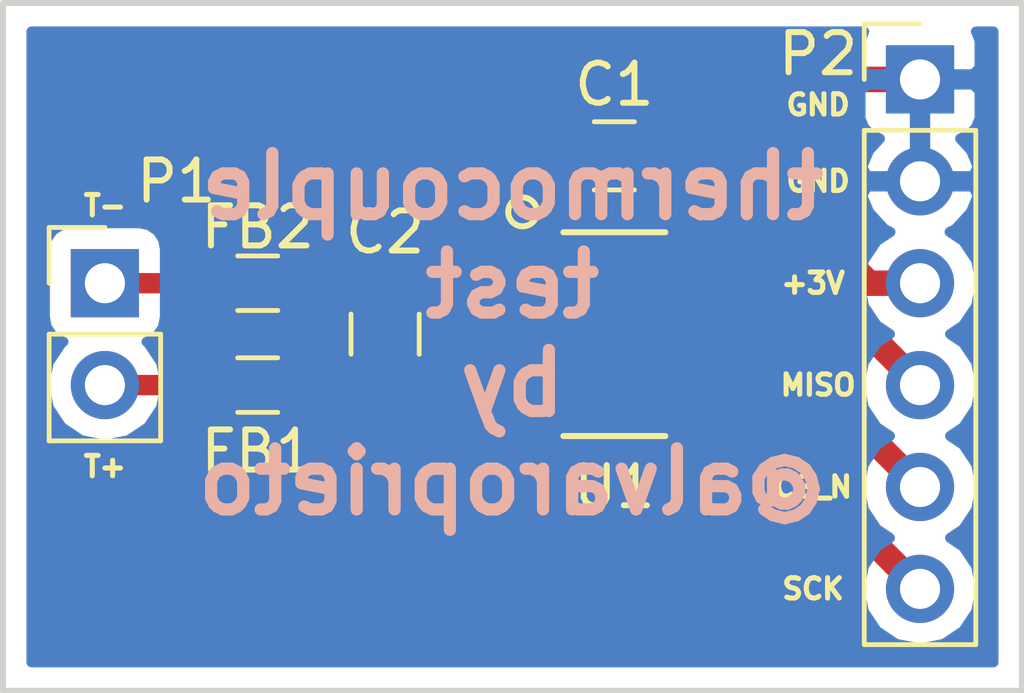
<source format=kicad_pcb>
(kicad_pcb (version 4) (host pcbnew 4.0.5-e0-6337~49~ubuntu16.04.1)

  (general
    (links 14)
    (no_connects 0)
    (area 101.524999 103.429999 127.075001 120.725001)
    (thickness 1.6)
    (drawings 13)
    (tracks 29)
    (zones 0)
    (modules 7)
    (nets 10)
  )

  (page A4)
  (layers
    (0 F.Cu signal)
    (31 B.Cu signal)
    (32 B.Adhes user)
    (33 F.Adhes user)
    (34 B.Paste user)
    (35 F.Paste user)
    (36 B.SilkS user)
    (37 F.SilkS user)
    (38 B.Mask user)
    (39 F.Mask user)
    (40 Dwgs.User user)
    (41 Cmts.User user)
    (42 Eco1.User user)
    (43 Eco2.User user)
    (44 Edge.Cuts user)
    (45 Margin user)
    (46 B.CrtYd user)
    (47 F.CrtYd user)
    (48 B.Fab user)
    (49 F.Fab user hide)
  )

  (setup
    (last_trace_width 0.635)
    (user_trace_width 0.1524)
    (user_trace_width 0.254)
    (user_trace_width 0.508)
    (user_trace_width 0.635)
    (user_trace_width 1.27)
    (user_trace_width 2.54)
    (trace_clearance 0.1524)
    (zone_clearance 0.508)
    (zone_45_only no)
    (trace_min 0.1524)
    (segment_width 0.2)
    (edge_width 0.15)
    (via_size 0.6858)
    (via_drill 0.3302)
    (via_min_size 0.6858)
    (via_min_drill 0.3302)
    (uvia_size 0.762)
    (uvia_drill 0.508)
    (uvias_allowed no)
    (uvia_min_size 0)
    (uvia_min_drill 0)
    (pcb_text_width 0.3)
    (pcb_text_size 1.5 1.5)
    (mod_edge_width 0.15)
    (mod_text_size 1 1)
    (mod_text_width 0.15)
    (pad_size 1.524 1.524)
    (pad_drill 0.762)
    (pad_to_mask_clearance 0.2)
    (aux_axis_origin 0 0)
    (visible_elements FFFFFF7F)
    (pcbplotparams
      (layerselection 0x00030_80000001)
      (usegerberextensions false)
      (excludeedgelayer true)
      (linewidth 0.100000)
      (plotframeref false)
      (viasonmask false)
      (mode 1)
      (useauxorigin false)
      (hpglpennumber 1)
      (hpglpenspeed 20)
      (hpglpendiameter 15)
      (hpglpenoverlay 2)
      (psnegative false)
      (psa4output false)
      (plotreference true)
      (plotvalue true)
      (plotinvisibletext false)
      (padsonsilk false)
      (subtractmaskfromsilk false)
      (outputformat 1)
      (mirror false)
      (drillshape 1)
      (scaleselection 1)
      (outputdirectory ""))
  )

  (net 0 "")
  (net 1 +3V3)
  (net 2 GND)
  (net 3 "Net-(C2-Pad1)")
  (net 4 "Net-(C2-Pad2)")
  (net 5 "Net-(FB1-Pad2)")
  (net 6 "Net-(FB2-Pad2)")
  (net 7 "Net-(P2-Pad4)")
  (net 8 "Net-(P2-Pad5)")
  (net 9 "Net-(P2-Pad6)")

  (net_class Default "This is the default net class."
    (clearance 0.1524)
    (trace_width 0.1524)
    (via_dia 0.6858)
    (via_drill 0.3302)
    (uvia_dia 0.762)
    (uvia_drill 0.508)
    (add_net +3V3)
    (add_net GND)
    (add_net "Net-(C2-Pad1)")
    (add_net "Net-(C2-Pad2)")
    (add_net "Net-(FB1-Pad2)")
    (add_net "Net-(FB2-Pad2)")
    (add_net "Net-(P2-Pad4)")
    (add_net "Net-(P2-Pad5)")
    (add_net "Net-(P2-Pad6)")
  )

  (module Capacitors_SMD:C_0805 (layer F.Cu) (tedit 58AA8463) (tstamp 58AC4699)
    (at 116.84 107.315 180)
    (descr "Capacitor SMD 0805, reflow soldering, AVX (see smccp.pdf)")
    (tags "capacitor 0805")
    (path /58AC3DB1)
    (attr smd)
    (fp_text reference C1 (at 0 1.778 180) (layer F.SilkS)
      (effects (font (size 1 1) (thickness 0.15)))
    )
    (fp_text value 0.1uF (at 0 1.75 180) (layer F.Fab)
      (effects (font (size 1 1) (thickness 0.15)))
    )
    (fp_text user %R (at 0 -1.5 180) (layer F.Fab)
      (effects (font (size 1 1) (thickness 0.15)))
    )
    (fp_line (start -1 0.62) (end -1 -0.62) (layer F.Fab) (width 0.1))
    (fp_line (start 1 0.62) (end -1 0.62) (layer F.Fab) (width 0.1))
    (fp_line (start 1 -0.62) (end 1 0.62) (layer F.Fab) (width 0.1))
    (fp_line (start -1 -0.62) (end 1 -0.62) (layer F.Fab) (width 0.1))
    (fp_line (start 0.5 -0.85) (end -0.5 -0.85) (layer F.SilkS) (width 0.12))
    (fp_line (start -0.5 0.85) (end 0.5 0.85) (layer F.SilkS) (width 0.12))
    (fp_line (start -1.75 -0.88) (end 1.75 -0.88) (layer F.CrtYd) (width 0.05))
    (fp_line (start -1.75 -0.88) (end -1.75 0.87) (layer F.CrtYd) (width 0.05))
    (fp_line (start 1.75 0.87) (end 1.75 -0.88) (layer F.CrtYd) (width 0.05))
    (fp_line (start 1.75 0.87) (end -1.75 0.87) (layer F.CrtYd) (width 0.05))
    (pad 1 smd rect (at -1 0 180) (size 1 1.25) (layers F.Cu F.Paste F.Mask)
      (net 1 +3V3))
    (pad 2 smd rect (at 1 0 180) (size 1 1.25) (layers F.Cu F.Paste F.Mask)
      (net 2 GND))
    (model Capacitors_SMD.3dshapes/C_0805.wrl
      (at (xyz 0 0 0))
      (scale (xyz 1 1 1))
      (rotate (xyz 0 0 0))
    )
  )

  (module Capacitors_SMD:C_0805 (layer F.Cu) (tedit 58AA8463) (tstamp 58AC469F)
    (at 111.125 111.76 90)
    (descr "Capacitor SMD 0805, reflow soldering, AVX (see smccp.pdf)")
    (tags "capacitor 0805")
    (path /58AC3D4A)
    (attr smd)
    (fp_text reference C2 (at 2.54 0 180) (layer F.SilkS)
      (effects (font (size 1 1) (thickness 0.15)))
    )
    (fp_text value 0.01uF (at 0 1.75 90) (layer F.Fab)
      (effects (font (size 1 1) (thickness 0.15)))
    )
    (fp_text user %R (at 0 -1.5 90) (layer F.Fab)
      (effects (font (size 1 1) (thickness 0.15)))
    )
    (fp_line (start -1 0.62) (end -1 -0.62) (layer F.Fab) (width 0.1))
    (fp_line (start 1 0.62) (end -1 0.62) (layer F.Fab) (width 0.1))
    (fp_line (start 1 -0.62) (end 1 0.62) (layer F.Fab) (width 0.1))
    (fp_line (start -1 -0.62) (end 1 -0.62) (layer F.Fab) (width 0.1))
    (fp_line (start 0.5 -0.85) (end -0.5 -0.85) (layer F.SilkS) (width 0.12))
    (fp_line (start -0.5 0.85) (end 0.5 0.85) (layer F.SilkS) (width 0.12))
    (fp_line (start -1.75 -0.88) (end 1.75 -0.88) (layer F.CrtYd) (width 0.05))
    (fp_line (start -1.75 -0.88) (end -1.75 0.87) (layer F.CrtYd) (width 0.05))
    (fp_line (start 1.75 0.87) (end 1.75 -0.88) (layer F.CrtYd) (width 0.05))
    (fp_line (start 1.75 0.87) (end -1.75 0.87) (layer F.CrtYd) (width 0.05))
    (pad 1 smd rect (at -1 0 90) (size 1 1.25) (layers F.Cu F.Paste F.Mask)
      (net 3 "Net-(C2-Pad1)"))
    (pad 2 smd rect (at 1 0 90) (size 1 1.25) (layers F.Cu F.Paste F.Mask)
      (net 4 "Net-(C2-Pad2)"))
    (model Capacitors_SMD.3dshapes/C_0805.wrl
      (at (xyz 0 0 0))
      (scale (xyz 1 1 1))
      (rotate (xyz 0 0 0))
    )
  )

  (module Resistors_SMD:R_0603 (layer F.Cu) (tedit 58AAD9CA) (tstamp 58AC46A5)
    (at 107.95 113.03 180)
    (descr "Resistor SMD 0603, reflow soldering, Vishay (see dcrcw.pdf)")
    (tags "resistor 0603")
    (path /58AC3E7B)
    (attr smd)
    (fp_text reference FB1 (at 0 -1.651 180) (layer F.SilkS)
      (effects (font (size 1 1) (thickness 0.15)))
    )
    (fp_text value Ferrite_Bead (at 0 1.5 180) (layer F.Fab)
      (effects (font (size 1 1) (thickness 0.15)))
    )
    (fp_text user %R (at 0 -1.45 180) (layer F.Fab)
      (effects (font (size 1 1) (thickness 0.15)))
    )
    (fp_line (start -0.8 0.4) (end -0.8 -0.4) (layer F.Fab) (width 0.1))
    (fp_line (start 0.8 0.4) (end -0.8 0.4) (layer F.Fab) (width 0.1))
    (fp_line (start 0.8 -0.4) (end 0.8 0.4) (layer F.Fab) (width 0.1))
    (fp_line (start -0.8 -0.4) (end 0.8 -0.4) (layer F.Fab) (width 0.1))
    (fp_line (start 0.5 0.68) (end -0.5 0.68) (layer F.SilkS) (width 0.12))
    (fp_line (start -0.5 -0.68) (end 0.5 -0.68) (layer F.SilkS) (width 0.12))
    (fp_line (start -1.25 -0.7) (end 1.25 -0.7) (layer F.CrtYd) (width 0.05))
    (fp_line (start -1.25 -0.7) (end -1.25 0.7) (layer F.CrtYd) (width 0.05))
    (fp_line (start 1.25 0.7) (end 1.25 -0.7) (layer F.CrtYd) (width 0.05))
    (fp_line (start 1.25 0.7) (end -1.25 0.7) (layer F.CrtYd) (width 0.05))
    (pad 1 smd rect (at -0.75 0 180) (size 0.5 0.9) (layers F.Cu F.Paste F.Mask)
      (net 3 "Net-(C2-Pad1)"))
    (pad 2 smd rect (at 0.75 0 180) (size 0.5 0.9) (layers F.Cu F.Paste F.Mask)
      (net 5 "Net-(FB1-Pad2)"))
    (model Resistors_SMD.3dshapes/R_0603.wrl
      (at (xyz 0 0 0))
      (scale (xyz 1 1 1))
      (rotate (xyz 0 0 0))
    )
  )

  (module Resistors_SMD:R_0603 (layer F.Cu) (tedit 58AAD9CA) (tstamp 58AC46AB)
    (at 107.95 110.49 180)
    (descr "Resistor SMD 0603, reflow soldering, Vishay (see dcrcw.pdf)")
    (tags "resistor 0603")
    (path /58AC3ED6)
    (attr smd)
    (fp_text reference FB2 (at 0 1.397 180) (layer F.SilkS)
      (effects (font (size 1 1) (thickness 0.15)))
    )
    (fp_text value Ferrite_Bead (at 0 1.5 180) (layer F.Fab)
      (effects (font (size 1 1) (thickness 0.15)))
    )
    (fp_text user %R (at 0 -1.45 180) (layer F.Fab)
      (effects (font (size 1 1) (thickness 0.15)))
    )
    (fp_line (start -0.8 0.4) (end -0.8 -0.4) (layer F.Fab) (width 0.1))
    (fp_line (start 0.8 0.4) (end -0.8 0.4) (layer F.Fab) (width 0.1))
    (fp_line (start 0.8 -0.4) (end 0.8 0.4) (layer F.Fab) (width 0.1))
    (fp_line (start -0.8 -0.4) (end 0.8 -0.4) (layer F.Fab) (width 0.1))
    (fp_line (start 0.5 0.68) (end -0.5 0.68) (layer F.SilkS) (width 0.12))
    (fp_line (start -0.5 -0.68) (end 0.5 -0.68) (layer F.SilkS) (width 0.12))
    (fp_line (start -1.25 -0.7) (end 1.25 -0.7) (layer F.CrtYd) (width 0.05))
    (fp_line (start -1.25 -0.7) (end -1.25 0.7) (layer F.CrtYd) (width 0.05))
    (fp_line (start 1.25 0.7) (end 1.25 -0.7) (layer F.CrtYd) (width 0.05))
    (fp_line (start 1.25 0.7) (end -1.25 0.7) (layer F.CrtYd) (width 0.05))
    (pad 1 smd rect (at -0.75 0 180) (size 0.5 0.9) (layers F.Cu F.Paste F.Mask)
      (net 4 "Net-(C2-Pad2)"))
    (pad 2 smd rect (at 0.75 0 180) (size 0.5 0.9) (layers F.Cu F.Paste F.Mask)
      (net 6 "Net-(FB2-Pad2)"))
    (model Resistors_SMD.3dshapes/R_0603.wrl
      (at (xyz 0 0 0))
      (scale (xyz 1 1 1))
      (rotate (xyz 0 0 0))
    )
  )

  (module Pin_Headers:Pin_Header_Straight_1x02_Pitch2.54mm (layer F.Cu) (tedit 5862ED52) (tstamp 58AC46B1)
    (at 104.14 110.49)
    (descr "Through hole straight pin header, 1x02, 2.54mm pitch, single row")
    (tags "Through hole pin header THT 1x02 2.54mm single row")
    (path /58AC4494)
    (fp_text reference P1 (at 1.778 -2.54) (layer F.SilkS)
      (effects (font (size 1 1) (thickness 0.15)))
    )
    (fp_text value CONN_01X02 (at 0 4.93) (layer F.Fab)
      (effects (font (size 1 1) (thickness 0.15)))
    )
    (fp_line (start -1.27 -1.27) (end -1.27 3.81) (layer F.Fab) (width 0.1))
    (fp_line (start -1.27 3.81) (end 1.27 3.81) (layer F.Fab) (width 0.1))
    (fp_line (start 1.27 3.81) (end 1.27 -1.27) (layer F.Fab) (width 0.1))
    (fp_line (start 1.27 -1.27) (end -1.27 -1.27) (layer F.Fab) (width 0.1))
    (fp_line (start -1.39 1.27) (end -1.39 3.93) (layer F.SilkS) (width 0.12))
    (fp_line (start -1.39 3.93) (end 1.39 3.93) (layer F.SilkS) (width 0.12))
    (fp_line (start 1.39 3.93) (end 1.39 1.27) (layer F.SilkS) (width 0.12))
    (fp_line (start 1.39 1.27) (end -1.39 1.27) (layer F.SilkS) (width 0.12))
    (fp_line (start -1.39 0) (end -1.39 -1.39) (layer F.SilkS) (width 0.12))
    (fp_line (start -1.39 -1.39) (end 0 -1.39) (layer F.SilkS) (width 0.12))
    (fp_line (start -1.6 -1.6) (end -1.6 4.1) (layer F.CrtYd) (width 0.05))
    (fp_line (start -1.6 4.1) (end 1.6 4.1) (layer F.CrtYd) (width 0.05))
    (fp_line (start 1.6 4.1) (end 1.6 -1.6) (layer F.CrtYd) (width 0.05))
    (fp_line (start 1.6 -1.6) (end -1.6 -1.6) (layer F.CrtYd) (width 0.05))
    (pad 1 thru_hole rect (at 0 0) (size 1.7 1.7) (drill 1) (layers *.Cu *.Mask)
      (net 6 "Net-(FB2-Pad2)"))
    (pad 2 thru_hole oval (at 0 2.54) (size 1.7 1.7) (drill 1) (layers *.Cu *.Mask)
      (net 5 "Net-(FB1-Pad2)"))
    (model Pin_Headers.3dshapes/Pin_Header_Straight_1x02_Pitch2.54mm.wrl
      (at (xyz 0 -0.05 0))
      (scale (xyz 1 1 1))
      (rotate (xyz 0 0 90))
    )
  )

  (module Pin_Headers:Pin_Header_Straight_1x06_Pitch2.54mm (layer F.Cu) (tedit 5862ED52) (tstamp 58AC46BB)
    (at 124.46 105.41)
    (descr "Through hole straight pin header, 1x06, 2.54mm pitch, single row")
    (tags "Through hole pin header THT 1x06 2.54mm single row")
    (path /58AC4286)
    (fp_text reference P2 (at -2.54 -0.635) (layer F.SilkS)
      (effects (font (size 1 1) (thickness 0.15)))
    )
    (fp_text value CONN_01X06 (at 0 15.09) (layer F.Fab)
      (effects (font (size 1 1) (thickness 0.15)))
    )
    (fp_line (start -1.27 -1.27) (end -1.27 13.97) (layer F.Fab) (width 0.1))
    (fp_line (start -1.27 13.97) (end 1.27 13.97) (layer F.Fab) (width 0.1))
    (fp_line (start 1.27 13.97) (end 1.27 -1.27) (layer F.Fab) (width 0.1))
    (fp_line (start 1.27 -1.27) (end -1.27 -1.27) (layer F.Fab) (width 0.1))
    (fp_line (start -1.39 1.27) (end -1.39 14.09) (layer F.SilkS) (width 0.12))
    (fp_line (start -1.39 14.09) (end 1.39 14.09) (layer F.SilkS) (width 0.12))
    (fp_line (start 1.39 14.09) (end 1.39 1.27) (layer F.SilkS) (width 0.12))
    (fp_line (start 1.39 1.27) (end -1.39 1.27) (layer F.SilkS) (width 0.12))
    (fp_line (start -1.39 0) (end -1.39 -1.39) (layer F.SilkS) (width 0.12))
    (fp_line (start -1.39 -1.39) (end 0 -1.39) (layer F.SilkS) (width 0.12))
    (fp_line (start -1.6 -1.6) (end -1.6 14.3) (layer F.CrtYd) (width 0.05))
    (fp_line (start -1.6 14.3) (end 1.6 14.3) (layer F.CrtYd) (width 0.05))
    (fp_line (start 1.6 14.3) (end 1.6 -1.6) (layer F.CrtYd) (width 0.05))
    (fp_line (start 1.6 -1.6) (end -1.6 -1.6) (layer F.CrtYd) (width 0.05))
    (pad 1 thru_hole rect (at 0 0) (size 1.7 1.7) (drill 1) (layers *.Cu *.Mask)
      (net 2 GND))
    (pad 2 thru_hole oval (at 0 2.54) (size 1.7 1.7) (drill 1) (layers *.Cu *.Mask)
      (net 2 GND))
    (pad 3 thru_hole oval (at 0 5.08) (size 1.7 1.7) (drill 1) (layers *.Cu *.Mask)
      (net 1 +3V3))
    (pad 4 thru_hole oval (at 0 7.62) (size 1.7 1.7) (drill 1) (layers *.Cu *.Mask)
      (net 7 "Net-(P2-Pad4)"))
    (pad 5 thru_hole oval (at 0 10.16) (size 1.7 1.7) (drill 1) (layers *.Cu *.Mask)
      (net 8 "Net-(P2-Pad5)"))
    (pad 6 thru_hole oval (at 0 12.7) (size 1.7 1.7) (drill 1) (layers *.Cu *.Mask)
      (net 9 "Net-(P2-Pad6)"))
    (model Pin_Headers.3dshapes/Pin_Header_Straight_1x06_Pitch2.54mm.wrl
      (at (xyz 0 -0.25 0))
      (scale (xyz 1 1 1))
      (rotate (xyz 0 0 90))
    )
  )

  (module alvarop:SO-8 (layer F.Cu) (tedit 58AC48E2) (tstamp 58AC4F98)
    (at 116.84 111.76)
    (path /58AC3CE5)
    (fp_text reference U1 (at 0 3.81) (layer F.SilkS)
      (effects (font (size 1 1) (thickness 0.15)))
    )
    (fp_text value MAX31855KASA (at 0 -3.175) (layer F.Fab)
      (effects (font (size 1 1) (thickness 0.15)))
    )
    (fp_circle (center -2.286 -3.048) (end -2.032 -3.302) (layer F.SilkS) (width 0.15))
    (fp_line (start -1.27 2.54) (end 1.27 2.54) (layer F.SilkS) (width 0.15))
    (fp_line (start -1.27 -2.54) (end 1.27 -2.54) (layer F.SilkS) (width 0.15))
    (pad 1 smd rect (at -2.46 -1.905) (size 1.98 0.53) (layers F.Cu F.Paste F.Mask)
      (net 2 GND))
    (pad 2 smd rect (at -2.46 -0.635) (size 1.98 0.53) (layers F.Cu F.Paste F.Mask)
      (net 4 "Net-(C2-Pad2)"))
    (pad 3 smd rect (at -2.46 0.635) (size 1.98 0.53) (layers F.Cu F.Paste F.Mask)
      (net 3 "Net-(C2-Pad1)"))
    (pad 4 smd rect (at -2.46 1.905) (size 1.98 0.53) (layers F.Cu F.Paste F.Mask)
      (net 1 +3V3))
    (pad 5 smd rect (at 2.46 1.905) (size 1.98 0.53) (layers F.Cu F.Paste F.Mask)
      (net 9 "Net-(P2-Pad6)"))
    (pad 6 smd rect (at 2.46 0.635) (size 1.98 0.53) (layers F.Cu F.Paste F.Mask)
      (net 8 "Net-(P2-Pad5)"))
    (pad 7 smd rect (at 2.46 -0.635) (size 1.98 0.53) (layers F.Cu F.Paste F.Mask)
      (net 7 "Net-(P2-Pad4)"))
    (pad 8 smd rect (at 2.46 -1.905) (size 1.98 0.53) (layers F.Cu F.Paste F.Mask))
  )

  (gr_text "T-\n\n" (at 104.14 108.966) (layer F.SilkS) (tstamp 58AC4FC4)
    (effects (font (size 0.508 0.508) (thickness 0.127)))
  )
  (gr_text "T+\n" (at 104.14 115.062) (layer F.SilkS) (tstamp 58AC4FC0)
    (effects (font (size 0.508 0.508) (thickness 0.127)))
  )
  (gr_text "thermocouple\ntest\nby\n@alvaroprieto" (at 114.3 111.76) (layer B.SilkS)
    (effects (font (thickness 0.3048)) (justify mirror))
  )
  (gr_text "GND\n" (at 121.92 106.045) (layer F.SilkS) (tstamp 58AC4E7D)
    (effects (font (size 0.508 0.508) (thickness 0.127)))
  )
  (gr_text "GND\n" (at 121.92 107.95) (layer F.SilkS) (tstamp 58AC4E62)
    (effects (font (size 0.508 0.508) (thickness 0.127)))
  )
  (gr_text +3V (at 121.793 110.49) (layer F.SilkS) (tstamp 58AC4E5E)
    (effects (font (size 0.508 0.508) (thickness 0.127)))
  )
  (gr_text "MISO\n" (at 121.92 113.03) (layer F.SilkS) (tstamp 58AC4E55)
    (effects (font (size 0.508 0.508) (thickness 0.127)))
  )
  (gr_text "CS_N\n" (at 121.793 115.57) (layer F.SilkS) (tstamp 58AC4E50)
    (effects (font (size 0.508 0.508) (thickness 0.127)))
  )
  (gr_text SCK (at 121.793 118.11) (layer F.SilkS)
    (effects (font (size 0.508 0.508) (thickness 0.127)))
  )
  (gr_line (start 127 120.65) (end 127 103.505) (layer Edge.Cuts) (width 0.15))
  (gr_line (start 101.6 120.65) (end 127 120.65) (layer Edge.Cuts) (width 0.15))
  (gr_line (start 101.6 103.505) (end 101.6 120.65) (layer Edge.Cuts) (width 0.15))
  (gr_line (start 127 103.505) (end 101.6 103.505) (layer Edge.Cuts) (width 0.15))

  (segment (start 117.84 107.315) (end 120.015 107.315) (width 0.635) (layer F.Cu) (net 1))
  (segment (start 123.19 110.49) (end 124.46 110.49) (width 0.635) (layer F.Cu) (net 1))
  (segment (start 120.015 107.315) (end 123.19 110.49) (width 0.635) (layer F.Cu) (net 1))
  (segment (start 117.84 107.315) (end 117.84 107.585) (width 0.635) (layer F.Cu) (net 1))
  (segment (start 117.84 107.585) (end 116.84 108.585) (width 0.635) (layer F.Cu) (net 1))
  (segment (start 116.84 108.585) (end 116.84 113.03) (width 0.635) (layer F.Cu) (net 1))
  (segment (start 116.84 113.03) (end 116.205 113.665) (width 0.635) (layer F.Cu) (net 1))
  (segment (start 116.205 113.665) (end 114.38 113.665) (width 0.635) (layer F.Cu) (net 1))
  (segment (start 116.485 105.41) (end 124.46 105.41) (width 0.635) (layer F.Cu) (net 2))
  (segment (start 115.84 107.315) (end 115.84 106.055) (width 0.635) (layer F.Cu) (net 2))
  (segment (start 115.84 106.055) (end 116.485 105.41) (width 0.635) (layer F.Cu) (net 2))
  (segment (start 114.38 109.855) (end 114.38 108.775) (width 0.635) (layer F.Cu) (net 2))
  (segment (start 114.38 108.775) (end 115.84 107.315) (width 0.635) (layer F.Cu) (net 2))
  (segment (start 111.125 112.76) (end 108.97 112.76) (width 0.508) (layer F.Cu) (net 3))
  (segment (start 108.97 112.76) (end 108.7 113.03) (width 0.508) (layer F.Cu) (net 3))
  (segment (start 114.38 112.395) (end 111.49 112.395) (width 0.508) (layer F.Cu) (net 3))
  (segment (start 111.49 112.395) (end 111.125 112.76) (width 0.508) (layer F.Cu) (net 3))
  (segment (start 111.125 110.76) (end 108.97 110.76) (width 0.508) (layer F.Cu) (net 4))
  (segment (start 108.97 110.76) (end 108.7 110.49) (width 0.508) (layer F.Cu) (net 4))
  (segment (start 114.38 111.125) (end 111.49 111.125) (width 0.508) (layer F.Cu) (net 4))
  (segment (start 111.49 111.125) (end 111.125 110.76) (width 0.508) (layer F.Cu) (net 4))
  (segment (start 107.2 113.03) (end 104.14 113.03) (width 0.508) (layer F.Cu) (net 5))
  (segment (start 107.2 110.49) (end 104.14 110.49) (width 0.508) (layer F.Cu) (net 6))
  (segment (start 119.3 111.125) (end 122.555 111.125) (width 0.635) (layer F.Cu) (net 7))
  (segment (start 122.555 111.125) (end 124.46 113.03) (width 0.635) (layer F.Cu) (net 7))
  (segment (start 119.3 112.395) (end 121.285 112.395) (width 0.635) (layer F.Cu) (net 8))
  (segment (start 121.285 112.395) (end 124.46 115.57) (width 0.635) (layer F.Cu) (net 8))
  (segment (start 124.46 118.11) (end 120.015 113.665) (width 0.635) (layer F.Cu) (net 9))
  (segment (start 120.015 113.665) (end 119.3 113.665) (width 0.635) (layer F.Cu) (net 9))

  (zone (net 2) (net_name GND) (layer B.Cu) (tstamp 0) (hatch edge 0.508)
    (connect_pads (clearance 0.508))
    (min_thickness 0.254)
    (fill yes (arc_segments 16) (thermal_gap 0.508) (thermal_bridge_width 0.508))
    (polygon
      (pts
        (xy 127 103.505) (xy 101.6 103.505) (xy 101.6 120.65) (xy 127 120.65)
      )
    )
    (filled_polygon
      (pts
        (xy 122.975 104.43369) (xy 122.975 105.12425) (xy 123.13375 105.283) (xy 124.333 105.283) (xy 124.333 105.263)
        (xy 124.587 105.263) (xy 124.587 105.283) (xy 125.78625 105.283) (xy 125.945 105.12425) (xy 125.945 104.43369)
        (xy 125.854416 104.215) (xy 126.29 104.215) (xy 126.29 119.94) (xy 102.31 119.94) (xy 102.31 113.03)
        (xy 102.625907 113.03) (xy 102.738946 113.598285) (xy 103.060853 114.080054) (xy 103.542622 114.401961) (xy 104.110907 114.515)
        (xy 104.169093 114.515) (xy 104.737378 114.401961) (xy 105.219147 114.080054) (xy 105.541054 113.598285) (xy 105.654093 113.03)
        (xy 105.541054 112.461715) (xy 105.219147 111.979946) (xy 105.177548 111.95215) (xy 105.225317 111.943162) (xy 105.441441 111.80409)
        (xy 105.586431 111.59189) (xy 105.63744 111.34) (xy 105.63744 110.49) (xy 122.945907 110.49) (xy 123.058946 111.058285)
        (xy 123.380853 111.540054) (xy 123.710026 111.76) (xy 123.380853 111.979946) (xy 123.058946 112.461715) (xy 122.945907 113.03)
        (xy 123.058946 113.598285) (xy 123.380853 114.080054) (xy 123.710026 114.3) (xy 123.380853 114.519946) (xy 123.058946 115.001715)
        (xy 122.945907 115.57) (xy 123.058946 116.138285) (xy 123.380853 116.620054) (xy 123.710026 116.84) (xy 123.380853 117.059946)
        (xy 123.058946 117.541715) (xy 122.945907 118.11) (xy 123.058946 118.678285) (xy 123.380853 119.160054) (xy 123.862622 119.481961)
        (xy 124.430907 119.595) (xy 124.489093 119.595) (xy 125.057378 119.481961) (xy 125.539147 119.160054) (xy 125.861054 118.678285)
        (xy 125.974093 118.11) (xy 125.861054 117.541715) (xy 125.539147 117.059946) (xy 125.209974 116.84) (xy 125.539147 116.620054)
        (xy 125.861054 116.138285) (xy 125.974093 115.57) (xy 125.861054 115.001715) (xy 125.539147 114.519946) (xy 125.209974 114.3)
        (xy 125.539147 114.080054) (xy 125.861054 113.598285) (xy 125.974093 113.03) (xy 125.861054 112.461715) (xy 125.539147 111.979946)
        (xy 125.209974 111.76) (xy 125.539147 111.540054) (xy 125.861054 111.058285) (xy 125.974093 110.49) (xy 125.861054 109.921715)
        (xy 125.539147 109.439946) (xy 125.198447 109.212298) (xy 125.341358 109.145183) (xy 125.731645 108.716924) (xy 125.901476 108.30689)
        (xy 125.780155 108.077) (xy 124.587 108.077) (xy 124.587 108.097) (xy 124.333 108.097) (xy 124.333 108.077)
        (xy 123.139845 108.077) (xy 123.018524 108.30689) (xy 123.188355 108.716924) (xy 123.578642 109.145183) (xy 123.721553 109.212298)
        (xy 123.380853 109.439946) (xy 123.058946 109.921715) (xy 122.945907 110.49) (xy 105.63744 110.49) (xy 105.63744 109.64)
        (xy 105.593162 109.404683) (xy 105.45409 109.188559) (xy 105.24189 109.043569) (xy 104.99 108.99256) (xy 103.29 108.99256)
        (xy 103.054683 109.036838) (xy 102.838559 109.17591) (xy 102.693569 109.38811) (xy 102.64256 109.64) (xy 102.64256 111.34)
        (xy 102.686838 111.575317) (xy 102.82591 111.791441) (xy 103.03811 111.936431) (xy 103.105541 111.950086) (xy 103.060853 111.979946)
        (xy 102.738946 112.461715) (xy 102.625907 113.03) (xy 102.31 113.03) (xy 102.31 105.69575) (xy 122.975 105.69575)
        (xy 122.975 106.38631) (xy 123.071673 106.619699) (xy 123.250302 106.798327) (xy 123.459878 106.885136) (xy 123.188355 107.183076)
        (xy 123.018524 107.59311) (xy 123.139845 107.823) (xy 124.333 107.823) (xy 124.333 105.537) (xy 124.587 105.537)
        (xy 124.587 107.823) (xy 125.780155 107.823) (xy 125.901476 107.59311) (xy 125.731645 107.183076) (xy 125.460122 106.885136)
        (xy 125.669698 106.798327) (xy 125.848327 106.619699) (xy 125.945 106.38631) (xy 125.945 105.69575) (xy 125.78625 105.537)
        (xy 124.587 105.537) (xy 124.333 105.537) (xy 123.13375 105.537) (xy 122.975 105.69575) (xy 102.31 105.69575)
        (xy 102.31 104.215) (xy 123.065584 104.215)
      )
    )
  )
)

</source>
